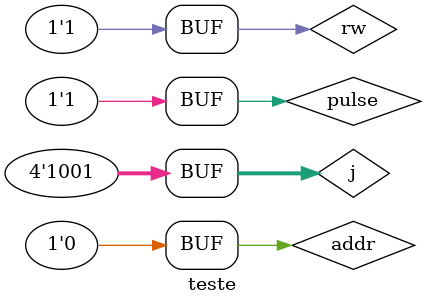
<source format=v>

`include "jkff.v"

module teste;
	wire clk;
	wire [3:0] s;
	wire [3:0] n;
	reg  [3:0] j;
	reg addr, rw;
	reg pulse;

	initial begin
		j = 4'b1111;
		addr = 0; rw = 0;
		pulse = 1;
	end

	jkff JKFF03 ( s[3], n[3], j[3], ~j[3], pulse & ~addr & ~rw );
	jkff JKFF02 ( s[2], n[2], j[2], ~j[2], pulse & ~addr & ~rw );
	jkff JKFF01 ( s[1], n[1], j[1], ~j[1], pulse & ~addr & ~rw );
	jkff JKFF00 ( s[0], n[0], j[0], ~j[0], pulse & ~addr & ~rw );

	initial begin
	$monitor ( "%4b", s );
		#1 pulse = 0; j= 4'b0000;
		#1 pulse = 1;
		#1 pulse = 0; j= 4'b0101;
		#1 pulse = 1;
		#1 pulse = 0; j= 4'b1010;
		#1 pulse = 1;
		#1 pulse = 0; j= 4'b1001;
		#1 pulse = 1;
		#1 pulse = 0; j= 4'b0000; rw = 1;
		#1 pulse = 1;
		#1 pulse = 0; j= 4'b0101;
		#1 pulse = 1;
		#1 pulse = 0; j= 4'b1010;
		#1 pulse = 1;
		#1 pulse = 0; j= 4'b1001;
		#1 pulse = 1;
end

endmodule

</source>
